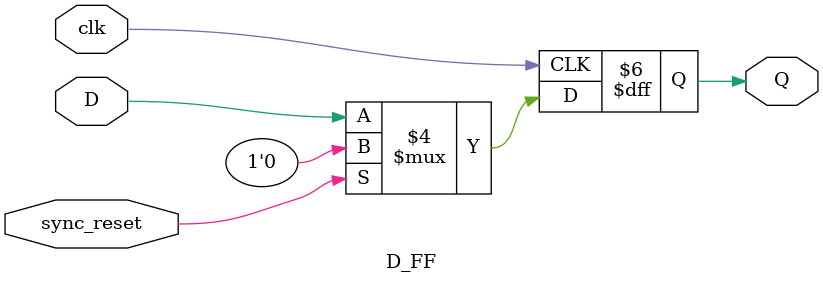
<source format=v>
`timescale 1ns / 1ps

module D_FF(D,clk,sync_reset,Q);

input D; // Data input 
input clk; // clock input 
input sync_reset; // synchronous reset 
output reg Q; // output Q 
always @(posedge clk) 
begin
 if(sync_reset==1'b1)
  Q <= 1'b0; 
 else 
  Q <= D; 
end 


endmodule


</source>
